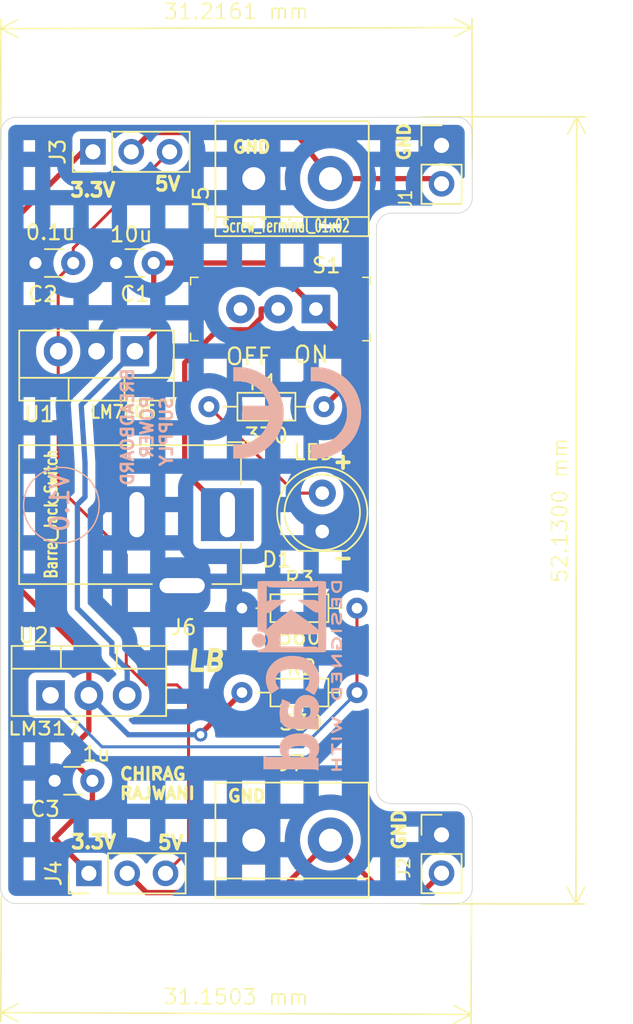
<source format=kicad_pcb>
(kicad_pcb (version 20240108) (generator "pcbnew") (generator_version "8.0")
  (layers (0 "F.Cu" signal) (31 "B.Cu" signal) (34 "B.Paste" user) (35 "F.Paste" user) (36 "B.SilkS" user "B.Silkscreen") (37 "F.SilkS" user "F.Silkscreen") (38 "B.Mask" user) (39 "F.Mask" user) (44 "Edge.Cuts" user))
  (net 0 "")
  (net 1 "/12V")
  (net 2 "GND")
  (net 3 "/5V")
  (net 4 "/3.3V")
  (net 5 "Net-(D1-A)")
  (net 6 "/PWR_input")
  (net 7 "Net-(U2-ADJ)")
  (net 9 "/PWR_OUT_TOP")
  (net 10 "/PWR_OUT_BOT")
  (footprint "Capacitor_THT:C_Disc_D3.0mm_W1.6mm_P2.50mm" (layer "F.Cu") (at 113.01 73.66 180)
    (property "Reference" "C2" (at 3.085 -2.065 180) (layer "F.SilkS") (effects (justify left)))
    (property "Value" "0.1u" (at 1.504 2.032 180) (layer "F.SilkS"))
    (pad "1" thru_hole circle (at 0 0 180) (size 1.6 1.6) (drill 0.8) (layers "*.Cu" "*.Mask") (net 3 "/5V"))
    (pad "2" thru_hole circle (at 2.5 0 180) (size 1.6 1.6) (drill 0.8) (layers "*.Cu" "*.Mask") (net 2 "GND"))
  )
  (footprint "Package_TO_SOT_THT:TO-220-3_Vertical" (layer "F.Cu") (at 111.506 102.291)
    (property "Reference" "U2" (at -1.131 -3.966 360) (layer "F.SilkS"))
    (property "Value" "LM317" (at -0.406 2.209 0) (layer "F.SilkS") (effects (font (size 0.85 1))))
    (pad "1" thru_hole rect (at 0 0) (size 1.905 2) (drill 1.1) (layers "*.Cu" "*.Mask") (net 7 "Net-(U2-ADJ)"))
    (pad "2" thru_hole oval (at 2.54 0) (size 1.905 2) (drill 1.1) (layers "*.Cu" "*.Mask") (net 4 "/3.3V"))
    (pad "3" thru_hole oval (at 5.08 0) (size 1.905 2) (drill 1.1) (layers "*.Cu" "*.Mask") (net 1 "/12V"))
  )
  (footprint "Capacitor_THT:C_Disc_D3.0mm_W1.6mm_P2.50mm" (layer "F.Cu") (at 118.344 73.66 180)
    (property "Reference" "C1" (at 1.25 -2.05 180) (layer "F.SilkS"))
    (property "Value" "10u" (at 1.492 1.892 180) (layer "F.SilkS"))
    (pad "1" thru_hole circle (at 0 0 180) (size 1.6 1.6) (drill 0.8) (layers "*.Cu" "*.Mask") (net 1 "/12V"))
    (pad "2" thru_hole circle (at 2.5 0 180) (size 1.6 1.6) (drill 0.8) (layers "*.Cu" "*.Mask") (net 2 "GND"))
  )
  (footprint "Resistor_THT:R_Axial_DIN0204_L3.6mm_D1.6mm_P7.62mm_Horizontal" (layer "F.Cu") (at 131.808 102.108 180)
    (property "Reference" "R2" (at 3.683 1.658 180) (layer "F.SilkS"))
    (property "Value" "330" (at 3.708 -1.992 180) (layer "F.SilkS"))
    (pad "1" thru_hole circle (at 0 0 180) (size 1.4 1.4) (drill 0.7) (layers "*.Cu" "*.Mask") (net 7 "Net-(U2-ADJ)"))
    (pad "2" thru_hole oval (at 7.62 0 180) (size 1.4 1.4) (drill 0.7) (layers "*.Cu" "*.Mask") (net 4 "/3.3V"))
  )
  (footprint "digikey-footprints:Switch_Slide_11.6x4mm_EG1218" (layer "F.Cu") (at 129.088 76.708 180)
    (property "Reference" "S1" (at 0.363 2.883 180) (layer "F.SilkS") (effects (justify left)))
    (property "Value" "EG1218" (hide yes))
    (pad "1" thru_hole rect (at 0 0 180) (size 1.9 1.9) (drill 0.9) (layers "*.Cu" "*.Mask") (net 1 "/12V"))
    (pad "2" thru_hole circle (at 2.5 0 180) (size 1.9 1.9) (drill 0.9) (layers "*.Cu" "*.Mask") (net 6 "/PWR_input"))
    (pad "3" thru_hole circle (at 5 0 180) (size 1.9 1.9) (drill 0.9) (layers "*.Cu" "*.Mask"))
  )
  (footprint "Connector_PinHeader_2.54mm:PinHeader_1x03_P2.54mm_Vertical" (layer "F.Cu") (at 114.315 66.294 90)
    (property "Reference" "J3" (at 0 -2.33 270) (layer "F.SilkS"))
    (property "Value" "Conn_01x03_Pin" (hide yes))
    (pad "1" thru_hole rect (at 0 0 90) (size 1.7 1.7) (drill 1) (layers "*.Cu" "*.Mask") (net 4 "/3.3V"))
    (pad "2" thru_hole oval (at 0 2.54 90) (size 1.7 1.7) (drill 1) (layers "*.Cu" "*.Mask") (net 9 "/PWR_OUT_TOP"))
    (pad "3" thru_hole oval (at 0 5.08 90) (size 1.7 1.7) (drill 1) (layers "*.Cu" "*.Mask") (net 3 "/5V"))
  )
  (footprint "Resistor_THT:R_Axial_DIN0204_L3.6mm_D1.6mm_P7.62mm_Horizontal" (layer "F.Cu") (at 122 83.175)
    (property "Reference" "R1" (at 3.626 -1.605 360) (layer "F.SilkS"))
    (property "Value" "330" (at 3.81 1.92 360) (layer "F.SilkS"))
    (pad "1" thru_hole circle (at 0 0) (size 1.4 1.4) (drill 0.7) (layers "*.Cu" "*.Mask") (net 5 "Net-(D1-A)"))
    (pad "2" thru_hole oval (at 7.62 0) (size 1.4 1.4) (drill 0.7) (layers "*.Cu" "*.Mask") (net 1 "/12V"))
  )
  (footprint "Capacitor_THT:C_Disc_D3.0mm_W1.6mm_P2.50mm" (layer "F.Cu") (at 114.28 107.95 180)
    (property "Reference" "C3" (at 3.13 -1.875 180) (layer "F.SilkS"))
    (property "Value" "1u" (at 0.755 1.8 180) (layer "F.SilkS") (effects (justify left)))
    (pad "1" thru_hole circle (at 0 0 180) (size 1.6 1.6) (drill 0.8) (layers "*.Cu" "*.Mask") (net 4 "/3.3V"))
    (pad "2" thru_hole circle (at 2.5 0 180) (size 1.6 1.6) (drill 0.8) (layers "*.Cu" "*.Mask") (net 2 "GND"))
  )
  (footprint "LED_THT:LED_D5.0mm" (layer "F.Cu") (at 129.508 91.44 90)
    (property "Reference" "D1" (at -1.86 -3.008 0) (layer "F.SilkS"))
    (property "Value" "LED" (at 5.24 -0.558 0) (layer "F.SilkS"))
    (pad "1" thru_hole rect (at 0 0 90) (size 1.8 1.8) (drill 0.9) (layers "*.Cu" "*.Mask") (net 2 "GND"))
    (pad "2" thru_hole circle (at 2.54 0 90) (size 1.8 1.8) (drill 0.9) (layers "*.Cu" "*.Mask") (net 5 "Net-(D1-A)"))
  )
  (footprint "Connector_PinHeader_2.54mm:PinHeader_1x03_P2.54mm_Vertical" (layer "F.Cu") (at 114.046 114.08 90)
    (property "Reference" "J4" (at 0 -2.33 270) (layer "F.SilkS"))
    (property "Value" "Conn_01x03_Pin" (hide yes))
    (pad "1" thru_hole rect (at 0 0 90) (size 1.7 1.7) (drill 1) (layers "*.Cu" "*.Mask") (net 4 "/3.3V"))
    (pad "2" thru_hole oval (at 0 2.54 90) (size 1.7 1.7) (drill 1) (layers "*.Cu" "*.Mask") (net 10 "/PWR_OUT_BOT"))
    (pad "3" thru_hole oval (at 0 5.08 90) (size 1.7 1.7) (drill 1) (layers "*.Cu" "*.Mask") (net 3 "/5V"))
  )
  (footprint "Connector_BarrelJack:BarrelJack_Horizontal" (layer "F.Cu") (at 123.225 90.325)
    (property "Reference" "J6" (at -1.953 7.463 0) (layer "F.SilkS") (effects (justify right)))
    (property "Value" "Barrel_Jack_Switch" (at -11.678 -0.037 90) (layer "F.SilkS") (effects (font (size 0.8 0.6))))
    (pad "1" thru_hole rect (at 0 0) (size 3.5 3.5) (drill oval 1 3) (layers "*.Cu" "*.Mask") (net 6 "/PWR_input"))
    (pad "2" thru_hole roundrect (at -6 0) (size 3 3.5) (drill oval 1 3) (layers "*.Cu" "*.Mask") (net 2 "GND"))
    (pad "3" thru_hole roundrect (at -3 4.7) (size 3.5 3.5) (drill oval 3 1) (layers "*.Cu" "*.Mask") (net 2 "GND"))
  )
  (footprint "Resistor_THT:R_Axial_DIN0204_L3.6mm_D1.6mm_P7.62mm_Horizontal" (layer "F.Cu") (at 124.188 96.52)
    (property "Reference" "R3" (at 3.81 -1.92 0) (layer "F.SilkS"))
    (property "Value" "560" (at 3.812 1.905 0) (layer "F.SilkS"))
    (pad "1" thru_hole circle (at 0 0) (size 1.4 1.4) (drill 0.7) (layers "*.Cu" "*.Mask") (net 2 "GND"))
    (pad "2" thru_hole oval (at 7.62 0) (size 1.4 1.4) (drill 0.7) (layers "*.Cu" "*.Mask") (net 7 "Net-(U2-ADJ)"))
  )
  (footprint "TerminalBlock:TerminalBlock_bornier-2_P5.08mm" (layer "F.Cu") (at 124.968 68.072)
    (property "Reference" "J5" (at -3.493 1.353 90) (layer "F.SilkS"))
    (property "Value" "Screw_Terminal_01x02" (at 2.132 3.128 0) (layer "F.SilkS") (effects (font (size 0.85 0.5) (thickness 0.125))))
    (pad "1" thru_hole rect (at 0 0) (size 3 3) (drill 1.52) (layers "*.Cu" "*.Mask") (net 2 "GND"))
    (pad "2" thru_hole circle (at 5.08 0) (size 3 3) (drill 1.52) (layers "*.Cu" "*.Mask") (net 9 "/PWR_OUT_TOP"))
  )
  (footprint "Connector_PinHeader_2.54mm:PinHeader_1x02_P2.54mm_Vertical" (layer "F.Cu") (at 137.41 111.53)
    (property "Reference" "J2" (at -2.485 2.195 90) (layer "F.SilkS") (effects (font (size 0.8 0.8) (thickness 0.125))))
    (property "Value" "Conn_01x02_Pin" (hide yes))
    (pad "1" thru_hole rect (at 0 0) (size 1.7 1.7) (drill 1) (layers "*.Cu" "*.Mask") (net 2 "GND"))
    (pad "2" thru_hole oval (at 0 2.54) (size 1.7 1.7) (drill 1) (layers "*.Cu" "*.Mask") (net 10 "/PWR_OUT_BOT"))
  )
  (footprint "TerminalBlock:TerminalBlock_bornier-2_P5.08mm" (layer "F.Cu") (at 124.968 111.88)
    (property "Reference" "J7" (at 2.54 -5.08 0) (layer "F.SilkS"))
    (property "Value" "Screw_Terminal_01x02" (hide yes))
    (pad "1" thru_hole rect (at 0 0) (size 3 3) (drill 1.52) (layers "*.Cu" "*.Mask") (net 2 "GND"))
    (pad "2" thru_hole circle (at 5.08 0) (size 3 3) (drill 1.52) (layers "*.Cu" "*.Mask") (net 10 "/PWR_OUT_BOT"))
  )
  (footprint "Package_TO_SOT_THT:TO-220-3_Vertical" (layer "F.Cu") (at 117.094 79.502 180)
    (property "Reference" "U1" (at 6.344 -4.173 180) (layer "F.SilkS"))
    (property "Value" "LM7805" (at 0.769 -4.023 180) (layer "F.SilkS") (effects (font (size 0.85 0.75))))
    (pad "1" thru_hole rect (at 0 0 180) (size 1.905 2) (drill 1.1) (layers "*.Cu" "*.Mask") (net 1 "/12V"))
    (pad "2" thru_hole oval (at 2.54 0 180) (size 1.905 2) (drill 1.1) (layers "*.Cu" "*.Mask") (net 2 "GND"))
    (pad "3" thru_hole oval (at 5.08 0 180) (size 1.905 2) (drill 1.1) (layers "*.Cu" "*.Mask") (net 3 "/5V"))
  )
  (footprint "Connector_PinHeader_2.54mm:PinHeader_1x02_P2.54mm_Vertical" (layer "F.Cu") (at 137.41 65.872)
    (property "Reference" "J1" (at -2.385 3.553 90) (layer "F.SilkS") (effects (font (size 0.85 0.7) (thickness 0.125))))
    (property "Value" "Conn_01x02_Pin" (hide yes))
    (pad "1" thru_hole rect (at 0 0) (size 1.7 1.7) (drill 1) (layers "*.Cu" "*.Mask") (net 2 "GND"))
    (pad "2" thru_hole oval (at 0 2.54) (size 1.7 1.7) (drill 1) (layers "*.Cu" "*.Mask") (net 9 "/PWR_OUT_TOP"))
  )
  (footprint "Symbol:CE-Logo_8.5x6mm_SilkScreen" (layer "B.Cu") (at 127.85 83.575 180)
    (property "Reference" "REF**" (hide yes))
    (property "Value" "CE-Logo_8.5x6mm_SilkScreen" (hide yes))
  )
  (footprint "Symbol:KiCad-Logo2_5mm_SilkScreen" (layer "B.Cu") (at 127.825 101 -90)
    (property "Reference" "REF**" (hide yes))
    (property "Value" "KiCad-Logo2_5mm_SilkScreen" (hide yes))
  )
  (gr_circle (center 112.225 89.7) (end 114.35 91.025) (stroke (width 0.1)) (fill none) (layer "B.SilkS"))
  (gr_arc (start 134.112 109.474) (mid 133.39358 109.17642) (end 133.096 108.458) (stroke (width 0.05)) (layer "Edge.Cuts"))
  (gr_line (start 138.43 70.358) (end 134.112 70.358) (stroke (width 0.05)) (layer "Edge.Cuts"))
  (gr_line (start 109.22 116.078) (end 138.43 116.078) (stroke (width 0.05)) (layer "Edge.Cuts"))
  (gr_arc (start 139.446 69.342) (mid 139.14842 70.06042) (end 138.43 70.358) (stroke (width 0.05)) (layer "Edge.Cuts"))
  (gr_line (start 133.096 71.374) (end 133.096 108.458) (stroke (width 0.05)) (layer "Edge.Cuts"))
  (gr_arc (start 109.22 116.078) (mid 108.50158 115.78042) (end 108.204 115.062) (stroke (width 0.05)) (layer "Edge.Cuts"))
  (gr_arc (start 139.446 115.062) (mid 139.14842 115.78042) (end 138.43 116.078) (stroke (width 0.05)) (layer "Edge.Cuts"))
  (gr_line (start 139.446 110.49) (end 139.446 115.062) (stroke (width 0.05)) (layer "Edge.Cuts"))
  (gr_arc (start 138.43 109.474) (mid 139.14842 109.77158) (end 139.446 110.49) (stroke (width 0.05)) (layer "Edge.Cuts"))
  (gr_line (start 139.446 65.024) (end 139.446 69.342) (stroke (width 0.05)) (layer "Edge.Cuts"))
  (gr_line (start 134.112 109.474) (end 138.43 109.474) (stroke (width 0.05)) (layer "Edge.Cuts"))
  (gr_line (start 108.204 65.024) (end 108.204 115.062) (stroke (width 0.05)) (layer "Edge.Cuts"))
  (gr_arc (start 138.43 64.008) (mid 139.14842 64.30558) (end 139.446 65.024) (stroke (width 0.05)) (layer "Edge.Cuts"))
  (gr_line (start 138.43 64.008) (end 109.22 64.008) (stroke (width 0.05)) (layer "Edge.Cuts"))
  (gr_arc (start 133.096 71.374) (mid 133.39358 70.65558) (end 134.112 70.358) (stroke (width 0.05)) (layer "Edge.Cuts"))
  (gr_arc (start 108.204 65.024) (mid 108.50158 64.30558) (end 109.22 64.008) (stroke (width 0.05)) (layer "Edge.Cuts"))
  (gr_text "V1.0" (at 112.825 87.45 90) (layer "B.SilkS") (effects (font (size 1.2 1.2) (thickness 0.2) (bold yes)) (justify left bottom mirror)))
  (gr_text "BREADBOARD \nPOWER \nSUPPLY" (at 119.65 84.825 90) (layer "B.SilkS") (effects (font (size 0.8 0.8) (thickness 0.175) (bold yes)) (justify bottom mirror)))
  (gr_text "GND" (at 123.15 109.425 0) (layer "F.SilkS") (effects (font (size 0.8 0.8) (thickness 0.2) (bold yes)) (justify left bottom)))
  (gr_text "OFF" (at 123.025 80.5 0) (layer "F.SilkS") (effects (font (size 1.1 1.1)) (justify left bottom)))
  (gr_text "5V" (at 118.5 112.575 0) (layer "F.SilkS") (effects (font (size 0.9 0.9) (thickness 0.225) (bold yes)) (justify left bottom)))
  (gr_text "ON" (at 127.525 80.375 0) (layer "F.SilkS") (effects (font (size 1.1 1.1)) (justify left bottom)))
  (gr_text "GND" (at 123.475 66.45 0) (layer "F.SilkS") (effects (font (size 0.8 0.8) (thickness 0.2) (bold yes)) (justify left bottom)))
  (gr_text "5V" (at 118.3 68.95 0) (layer "F.SilkS") (effects (font (size 0.9 0.9) (thickness 0.225) (bold yes)) (justify left bottom)))
  (gr_text "CHIRAG \nRAJWANI" (at 116 109.25 0) (layer "F.SilkS") (effects (font (size 0.8 0.8) (thickness 0.2) (bold yes)) (justify left bottom)))
  (gr_text "GND" (at 135.1 112.625 90) (layer "F.SilkS") (effects (font (size 0.85 0.85) (thickness 0.2125) (bold yes)) (justify left bottom)))
  (gr_text "-" (at 130.1 93.75 0) (layer "F.SilkS") (effects (font (size 1 1) (thickness 0.25) (bold yes)) (justify left bottom)))
  (gr_text "LB" (at 120.425 100.775 0) (layer "F.SilkS") (effects (font (size 1.3 1.3) (thickness 0.3) (bold yes) (italic yes)) (justify left bottom)))
  (gr_text "GND" (at 135.4 66.975 90) (layer "F.SilkS") (effects (font (size 0.8 0.8) (thickness 0.2) (bold yes)) (justify left bottom)))
  (gr_text "3.3V" (at 112.7 69.35 0) (layer "F.SilkS") (effects (font (size 0.9 0.9) (thickness 0.225) (bold yes)) (justify left bottom)))
  (gr_text "3.3V" (at 112.75 112.525 0) (layer "F.SilkS") (effects (font (size 0.9 0.9) (thickness 0.225) (bold yes)) (justify left bottom)))
  (gr_text "+" (at 130.1 87.375 0) (layer "F.SilkS") (effects (font (size 1 1) (thickness 0.25) (bold yes)) (justify left bottom)))
  (dimension (type aligned) (layer "F.SilkS") (pts (xy 139.446 67.183) (xy 108.23 67.25)) (height 9.11513) (gr_text "31.2161 mm" (at 123.816075 57.001394 0.1229757603) (layer "F.SilkS") (effects (font (size 1 1) (thickness 0.1)))) (format (prefix "") (suffix "") (units 3) (units_format 1) (precision 4)) (style (thickness 0.1) (arrow_length 1.27) (text_position_mode 0) (extension_height 0.58642) (extension_offset 0.5) keep_text_aligned))
  (dimension (type aligned) (layer "F.SilkS") (pts (xy 108.25 115.1) (xy 139.4 115.225)) (height 8.202112) (gr_text "31.1502 mm" (at 123.7965 122.264555 359.7700824) (layer "F.SilkS") (effects (font (size 1 1) (thickness 0.1)))) (format (prefix "") (suffix "") (units 3) (units_format 1) (precision 4)) (style (thickness 0.1) (arrow_length 1.27) (text_position_mode 0) (extension_height 0.58642) (extension_offset 0.5) keep_text_aligned))
  (dimension (type aligned) (layer "F.SilkS") (pts (xy 135.55 116.1) (xy 135.6 63.97)) (height 10.76481) (gr_text "52.1300 mm" (at 145.239806 90.04427 89.94504531) (layer "F.SilkS") (effects (font (size 1 1) (thickness 0.1)))) (format (prefix "") (suffix "") (units 3) (units_format 1) (precision 4)) (style (thickness 0.1) (arrow_length 1.27) (text_position_mode 0) (extension_height 0.58642) (extension_offset 0.5) keep_text_aligned))
  (segment (start 118.344 78.252) (end 117.094 79.502) (width 0.35) (layer "F.Cu") (net 1))
  (segment (start 126.04 73.66) (end 129.088 76.708) (width 0.35) (layer "F.Cu") (net 1))
  (segment (start 130.948 78.568) (end 130.948 81.847) (width 0.35) (layer "F.Cu") (net 1))
  (segment (start 118.344 73.66) (end 118.344 78.252) (width 0.35) (layer "F.Cu") (net 1))
  (segment (start 130.948 81.847) (end 129.62 83.175) (width 0.35) (layer "F.Cu") (net 1))
  (segment (start 118.344 73.66) (end 126.04 73.66) (width 0.35) (layer "F.Cu") (net 1))
  (segment (start 129.088 76.708) (end 130.948 78.568) (width 0.35) (layer "F.Cu") (net 1))
  (segment (start 117.094 79.502) (end 113.538 83.058) (width 0.35) (layer "B.Cu") (net 1))
  (segment (start 116.586 100.584) (end 116.586 102.291) (width 0.35) (layer "B.Cu") (net 1))
  (segment (start 113.284 89.662) (end 113.284 96.52) (width 0.35) (layer "B.Cu") (net 1))
  (segment (start 113.284 96.52) (end 115.57 98.806) (width 0.35) (layer "B.Cu") (net 1))
  (segment (start 113.792 89.154) (end 113.284 89.662) (width 0.35) (layer "B.Cu") (net 1))
  (segment (start 115.57 99.568) (end 116.586 100.584) (width 0.35) (layer "B.Cu") (net 1))
  (segment (start 115.57 98.806) (end 115.57 99.568) (width 0.35) (layer "B.Cu") (net 1))
  (segment (start 113.538 83.058) (end 113.792 86.868) (width 0.35) (layer "B.Cu") (net 1))
  (segment (start 113.792 86.868) (end 113.792 89.154) (width 0.35) (layer "B.Cu") (net 1))
  (segment (start 120.65 112.556) (end 119.126 114.08) (width 0.2) (layer "F.Cu") (net 3))
  (segment (start 116.524076 100.268076) (end 117.856 101.6) (width 0.2) (layer "F.Cu") (net 3))
  (segment (start 119.888 101.6) (end 120.65 102.362) (width 0.2) (layer "F.Cu") (net 3))
  (segment (start 120.65 102.362) (end 120.65 112.556) (width 0.2) (layer "F.Cu") (net 3))
  (segment (start 116.524076 92.993002) (end 116.524076 100.268076) (width 0.2) (layer "F.Cu") (net 3))
  (segment (start 112.014 79.502) (end 112.014 74.656) (width 0.2) (layer "F.Cu") (net 3))
  (segment (start 112.014 88.482926) (end 116.524076 92.993002) (width 0.2) (layer "F.Cu") (net 3))
  (segment (start 112.014 79.502) (end 112.014 88.482926) (width 0.2) (layer "F.Cu") (net 3))
  (segment (start 112.014 74.656) (end 113.01 73.66) (width 0.2) (layer "F.Cu") (net 3))
  (segment (start 119.395 66.294) (end 113.01 72.679) (width 0.2) (layer "F.Cu") (net 3))
  (segment (start 117.856 101.6) (end 119.888 101.6) (width 0.2) (layer "F.Cu") (net 3))
  (segment (start 113.01 72.679) (end 113.01 73.66) (width 0.2) (layer "F.Cu") (net 3))
  (segment (start 114.046 99.822) (end 109.285 95.061) (width 0.35) (layer "F.Cu") (net 4))
  (segment (start 114.046 102.291) (end 114.046 104.648) (width 0.35) (layer "F.Cu") (net 4))
  (segment (start 114.046 114.046) (end 111.76 111.76) (width 0.35) (layer "F.Cu") (net 4))
  (segment (start 114.28 102.525) (end 114.046 102.291) (width 0.35) (layer "F.Cu") (net 4))
  (segment (start 114.046 102.291) (end 114.046 99.822) (width 0.35) (layer "F.Cu") (net 4))
  (segment (start 124.188 102.108) (end 121.45 104.846) (width 0.35) (layer "F.Cu") (net 4))
  (segment (start 114.315 66.294) (end 113.624 66.294) (width 0.35) (layer "F.Cu") (net 4))
  (segment (start 113.624 66.294) (end 109.285 70.633) (width 0.35) (layer "F.Cu") (net 4))
  (segment (start 114.046 114.08) (end 114.046 114.046) (width 0.35) (layer "F.Cu") (net 4))
  (segment (start 114.046 104.648) (end 113.03 105.664) (width 0.35) (layer "F.Cu") (net 4))
  (segment (start 114.046 108.184) (end 114.28 107.95) (width 0.35) (layer "F.Cu") (net 4))
  (segment (start 113.03 105.664) (end 113.03 106.7) (width 0.35) (layer "F.Cu") (net 4))
  (segment (start 121.45 104.846) (end 121.45 104.902) (width 0.35) (layer "F.Cu") (net 4))
  (segment (start 111.76 111.76) (end 114.28 109.24) (width 0.35) (layer "F.Cu") (net 4))
  (segment (start 114.28 109.24) (end 114.28 107.95) (width 0.35) (layer "F.Cu") (net 4))
  (segment (start 109.285 70.633) (end 109.285 95.061) (width 0.35) (layer "F.Cu") (net 4))
  (segment (start 113.03 106.7) (end 114.28 107.95) (width 0.35) (layer "F.Cu") (net 4))
  (via (at 121.45 104.902) (size 0.9) (drill 0.5) (layers "F.Cu" "B.Cu") (net 4))
  (segment (start 116.657 104.902) (end 114.046 102.291) (width 0.35) (layer "B.Cu") (net 4))
  (segment (start 121.45 104.902) (end 116.657 104.902) (width 0.35) (layer "B.Cu") (net 4))
  (segment (start 122 83.175) (end 127.725 88.9) (width 0.2) (layer "F.Cu") (net 5))
  (segment (start 127.725 88.9) (end 129.508 88.9) (width 0.2) (layer "F.Cu") (net 5))
  (segment (start 124.657544 78.083) (end 122.577 78.083) (width 0.35) (layer "F.Cu") (net 6))
  (segment (start 122.577 78.083) (end 120.396 80.264) (width 0.35) (layer "F.Cu") (net 6))
  (segment (start 120.396 87.496) (end 123.225 90.325) (width 0.35) (layer "F.Cu") (net 6))
  (segment (start 125.463 77.277544) (end 124.657544 78.083) (width 0.35) (layer "F.Cu") (net 6))
  (segment (start 120.396 80.264) (end 120.396 87.496) (width 0.35) (layer "F.Cu") (net 6))
  (segment (start 126.588 76.708) (end 125.463 76.708) (width 0.35) (layer "F.Cu") (net 6))
  (segment (start 125.463 76.708) (end 125.463 77.277544) (width 0.35) (layer "F.Cu") (net 6))
  (segment (start 131.808 102.108) (end 131.808 96.52) (width 0.2) (layer "F.Cu") (net 7))
  (segment (start 114.917 105.702) (end 128.214 105.702) (width 0.2) (layer "B.Cu") (net 7))
  (segment (start 128.214 105.702) (end 131.808 102.108) (width 0.2) (layer "B.Cu") (net 7))
  (segment (start 111.506 102.291) (end 114.917 105.702) (width 0.2) (layer "B.Cu") (net 7))
  (segment (start 130.388 68.412) (end 130.048 68.072) (width 0.35) (layer "F.Cu") (net 9))
  (segment (start 127.744 65.019) (end 128.725 66.35) (width 0.35) (layer "F.Cu") (net 9))
  (segment (start 118.13 65.019) (end 127.744 65.019) (width 0.35) (layer "F.Cu") (net 9))
  (segment (start 116.855 66.294) (end 118.13 65.019) (width 0.35) (layer "F.Cu") (net 9))
  (segment (start 128.725 66.35) (end 130.048 68.072) (width 0.35) (layer "F.Cu") (net 9))
  (segment (start 130.048 68.072) (end 137.07 68.072) (width 0.35) (layer "F.Cu") (net 9))
  (segment (start 137.07 68.072) (end 137.41 68.412) (width 0.35) (layer "F.Cu") (net 9))
  (segment (start 117.861 115.355) (end 126.573 115.355) (width 0.35) (layer "F.Cu") (net 10))
  (segment (start 126.573 115.355) (end 130.048 111.88) (width 0.35) (layer "F.Cu") (net 10))
  (segment (start 116.586 114.08) (end 117.861 115.355) (width 0.35) (layer "F.Cu") (net 10))
  (segment (start 130.048 111.88) (end 133.571 115.403) (width 0.35) (layer "F.Cu") (net 10))
  (segment (start 136.077 115.403) (end 137.41 114.07) (width 0.35) (layer "F.Cu") (net 10))
  (segment (start 133.571 115.403) (end 136.077 115.403) (width 0.35) (layer "F.Cu") (net 10))
  (zone (net 2) (net_name "GND") (layer "B.Cu") (connect_pads yes (clearance 0.509)) (min_thickness 0.254) (fill yes (mode hatch) (thermal_gap 0.508) (thermal_bridge_width 0.508) (hatch_thickness 1.016) (hatch_gap 1.524) (hatch_orientation 0) (hatch_border_algorithm hatch_thickness) (hatch_min_hole_area 0.3))
    (polygon (pts (xy 128 64.05) (xy 109.175 64.075) (xy 108.25 64.925) (xy 108.25 115.1) (xy 109.125 116.025) (xy 138.675 116) (xy 139.4 115.225) (xy 139.4 110.375) (xy 138.7 109.55) (xy 133.65 109.55) (xy 133.05 109) (xy 133 71.375) (xy 133.35 70.3) (xy 138.475 70.3) (xy 139.375 69.425) (xy 139.375 64.8) (xy 138.675 64.075)))
  )
)
</source>
